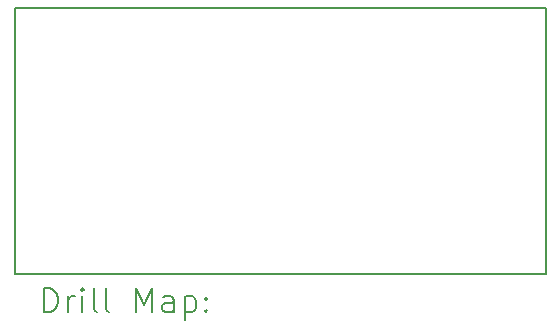
<source format=gbr>
%TF.GenerationSoftware,KiCad,Pcbnew,8.0.5*%
%TF.CreationDate,2024-12-04T12:46:02-05:00*%
%TF.ProjectId,RailsidePDB,5261696c-7369-4646-9550-44422e6b6963,rev?*%
%TF.SameCoordinates,Original*%
%TF.FileFunction,Drillmap*%
%TF.FilePolarity,Positive*%
%FSLAX45Y45*%
G04 Gerber Fmt 4.5, Leading zero omitted, Abs format (unit mm)*
G04 Created by KiCad (PCBNEW 8.0.5) date 2024-12-04 12:46:02*
%MOMM*%
%LPD*%
G01*
G04 APERTURE LIST*
%ADD10C,0.200000*%
G04 APERTURE END LIST*
D10*
X6750000Y-6200000D02*
X11250000Y-6200000D01*
X11250000Y-8450000D01*
X6750000Y-8450000D01*
X6750000Y-6200000D01*
X7000777Y-8771484D02*
X7000777Y-8571484D01*
X7000777Y-8571484D02*
X7048396Y-8571484D01*
X7048396Y-8571484D02*
X7076967Y-8581008D01*
X7076967Y-8581008D02*
X7096015Y-8600055D01*
X7096015Y-8600055D02*
X7105539Y-8619103D01*
X7105539Y-8619103D02*
X7115062Y-8657198D01*
X7115062Y-8657198D02*
X7115062Y-8685770D01*
X7115062Y-8685770D02*
X7105539Y-8723865D01*
X7105539Y-8723865D02*
X7096015Y-8742912D01*
X7096015Y-8742912D02*
X7076967Y-8761960D01*
X7076967Y-8761960D02*
X7048396Y-8771484D01*
X7048396Y-8771484D02*
X7000777Y-8771484D01*
X7200777Y-8771484D02*
X7200777Y-8638150D01*
X7200777Y-8676246D02*
X7210301Y-8657198D01*
X7210301Y-8657198D02*
X7219824Y-8647674D01*
X7219824Y-8647674D02*
X7238872Y-8638150D01*
X7238872Y-8638150D02*
X7257920Y-8638150D01*
X7324586Y-8771484D02*
X7324586Y-8638150D01*
X7324586Y-8571484D02*
X7315062Y-8581008D01*
X7315062Y-8581008D02*
X7324586Y-8590531D01*
X7324586Y-8590531D02*
X7334110Y-8581008D01*
X7334110Y-8581008D02*
X7324586Y-8571484D01*
X7324586Y-8571484D02*
X7324586Y-8590531D01*
X7448396Y-8771484D02*
X7429348Y-8761960D01*
X7429348Y-8761960D02*
X7419824Y-8742912D01*
X7419824Y-8742912D02*
X7419824Y-8571484D01*
X7553158Y-8771484D02*
X7534110Y-8761960D01*
X7534110Y-8761960D02*
X7524586Y-8742912D01*
X7524586Y-8742912D02*
X7524586Y-8571484D01*
X7781729Y-8771484D02*
X7781729Y-8571484D01*
X7781729Y-8571484D02*
X7848396Y-8714341D01*
X7848396Y-8714341D02*
X7915062Y-8571484D01*
X7915062Y-8571484D02*
X7915062Y-8771484D01*
X8096015Y-8771484D02*
X8096015Y-8666722D01*
X8096015Y-8666722D02*
X8086491Y-8647674D01*
X8086491Y-8647674D02*
X8067443Y-8638150D01*
X8067443Y-8638150D02*
X8029348Y-8638150D01*
X8029348Y-8638150D02*
X8010301Y-8647674D01*
X8096015Y-8761960D02*
X8076967Y-8771484D01*
X8076967Y-8771484D02*
X8029348Y-8771484D01*
X8029348Y-8771484D02*
X8010301Y-8761960D01*
X8010301Y-8761960D02*
X8000777Y-8742912D01*
X8000777Y-8742912D02*
X8000777Y-8723865D01*
X8000777Y-8723865D02*
X8010301Y-8704817D01*
X8010301Y-8704817D02*
X8029348Y-8695293D01*
X8029348Y-8695293D02*
X8076967Y-8695293D01*
X8076967Y-8695293D02*
X8096015Y-8685770D01*
X8191253Y-8638150D02*
X8191253Y-8838150D01*
X8191253Y-8647674D02*
X8210301Y-8638150D01*
X8210301Y-8638150D02*
X8248396Y-8638150D01*
X8248396Y-8638150D02*
X8267443Y-8647674D01*
X8267443Y-8647674D02*
X8276967Y-8657198D01*
X8276967Y-8657198D02*
X8286491Y-8676246D01*
X8286491Y-8676246D02*
X8286491Y-8733389D01*
X8286491Y-8733389D02*
X8276967Y-8752436D01*
X8276967Y-8752436D02*
X8267443Y-8761960D01*
X8267443Y-8761960D02*
X8248396Y-8771484D01*
X8248396Y-8771484D02*
X8210301Y-8771484D01*
X8210301Y-8771484D02*
X8191253Y-8761960D01*
X8372205Y-8752436D02*
X8381729Y-8761960D01*
X8381729Y-8761960D02*
X8372205Y-8771484D01*
X8372205Y-8771484D02*
X8362682Y-8761960D01*
X8362682Y-8761960D02*
X8372205Y-8752436D01*
X8372205Y-8752436D02*
X8372205Y-8771484D01*
X8372205Y-8647674D02*
X8381729Y-8657198D01*
X8381729Y-8657198D02*
X8372205Y-8666722D01*
X8372205Y-8666722D02*
X8362682Y-8657198D01*
X8362682Y-8657198D02*
X8372205Y-8647674D01*
X8372205Y-8647674D02*
X8372205Y-8666722D01*
M02*

</source>
